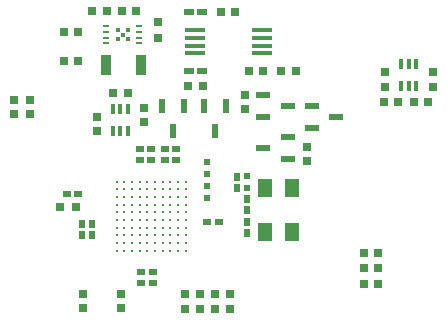
<source format=gbp>
%FSLAX43Y43*%
%MOMM*%
G71*
G01*
G75*
G04 Layer_Color=128*
%ADD10R,1.000X0.950*%
%ADD11R,2.300X1.900*%
%ADD12R,0.400X1.400*%
%ADD13R,1.775X1.900*%
%ADD14R,0.610X2.032*%
%ADD15O,0.610X2.032*%
%ADD16R,1.000X2.250*%
%ADD17R,1.600X1.000*%
%ADD18R,2.500X3.000*%
%ADD19O,1.650X0.300*%
%ADD20O,0.300X1.650*%
%ADD21R,1.200X1.200*%
%ADD22R,1.100X0.600*%
%ADD23R,1.100X1.000*%
%ADD24R,0.700X0.700*%
%ADD25R,0.600X0.550*%
%ADD26R,0.650X0.800*%
%ADD27R,0.650X0.500*%
%ADD28R,0.762X0.762*%
%ADD29R,0.600X0.900*%
%ADD30R,0.550X0.600*%
%ADD31R,0.500X0.650*%
%ADD32R,0.700X0.700*%
%ADD33R,0.900X0.600*%
%ADD34R,1.200X1.200*%
%ADD35C,0.175*%
%ADD36C,0.180*%
%ADD37C,0.200*%
%ADD38C,0.125*%
%ADD39C,0.250*%
%ADD40C,0.400*%
%ADD41C,0.300*%
%ADD42R,0.900X0.300*%
%ADD43R,1.700X1.700*%
%ADD44C,1.700*%
%ADD45R,1.700X1.700*%
%ADD46C,3.600*%
%ADD47C,0.550*%
%ADD48C,0.400*%
%ADD49C,0.500*%
%ADD50C,1.600*%
G04:AMPARAMS|DCode=51|XSize=2.524mm|YSize=2.524mm|CornerRadius=0mm|HoleSize=0mm|Usage=FLASHONLY|Rotation=0.000|XOffset=0mm|YOffset=0mm|HoleType=Round|Shape=Relief|Width=0.254mm|Gap=0.254mm|Entries=4|*
%AMTHD51*
7,0,0,2.524,2.016,0.254,45*
%
%ADD51THD51*%
%ADD52C,0.850*%
%ADD53C,0.800*%
%ADD54C,0.350*%
%ADD55C,3.300*%
%ADD56C,1.270*%
%ADD57R,1.300X1.600*%
%ADD58R,0.600X0.250*%
%ADD59R,1.600X1.500*%
%ADD60C,0.280*%
%ADD61R,1.700X0.350*%
%ADD62R,0.600X1.300*%
%ADD63R,0.350X0.850*%
%ADD64R,0.950X1.750*%
%ADD65R,0.800X0.650*%
%ADD66R,1.300X0.600*%
%ADD67C,0.800*%
%ADD68C,0.150*%
%ADD69C,0.102*%
%ADD70C,0.254*%
%ADD71C,0.600*%
%ADD72C,0.100*%
%ADD73R,2.100X2.100*%
%ADD74R,2.100X2.100*%
%ADD75R,1.700X1.700*%
%ADD76R,0.900X0.510*%
%ADD77R,1.100X1.050*%
%ADD78R,2.400X2.000*%
%ADD79R,0.500X1.500*%
%ADD80R,1.875X2.000*%
%ADD81R,0.710X2.132*%
%ADD82O,0.710X2.132*%
%ADD83R,1.100X2.350*%
%ADD84R,1.700X1.100*%
%ADD85R,2.600X3.100*%
%ADD86O,1.750X0.400*%
%ADD87O,0.400X1.750*%
%ADD88R,1.300X1.300*%
%ADD89R,1.200X0.700*%
%ADD90R,1.200X1.100*%
%ADD91R,0.800X0.800*%
%ADD92R,0.700X0.650*%
%ADD93R,0.750X0.900*%
%ADD94R,0.750X0.600*%
%ADD95R,0.862X0.862*%
%ADD96R,0.700X1.000*%
%ADD97R,0.650X0.700*%
%ADD98R,0.600X0.750*%
%ADD99R,0.800X0.800*%
%ADD100R,1.000X0.700*%
%ADD101R,1.300X1.300*%
%ADD102R,1.800X1.800*%
%ADD103C,1.800*%
%ADD104R,1.800X1.800*%
%ADD105C,3.700*%
%ADD106C,1.370*%
%ADD107R,1.400X1.700*%
%ADD108R,0.700X0.350*%
%ADD109R,1.700X1.600*%
%ADD110C,0.380*%
%ADD111R,1.800X0.450*%
%ADD112R,0.700X1.400*%
%ADD113R,0.450X0.950*%
%ADD114R,1.050X1.850*%
%ADD115R,0.900X0.750*%
%ADD116R,1.400X0.700*%
%ADD117C,0.900*%
%ADD118R,0.200X0.100*%
D24*
X-32775Y-20000D02*
D03*
X-31375D02*
D03*
D26*
X-5200Y-8600D02*
D03*
Y-9800D02*
D03*
X-1200Y-9800D02*
D03*
Y-8600D02*
D03*
X-11800Y-16100D02*
D03*
Y-14900D02*
D03*
X-17100Y-11700D02*
D03*
Y-10500D02*
D03*
X-27575Y-27375D02*
D03*
Y-28575D02*
D03*
X-22175Y-27400D02*
D03*
Y-28600D02*
D03*
X-20900Y-27400D02*
D03*
Y-28600D02*
D03*
X-19625Y-27400D02*
D03*
Y-28600D02*
D03*
X-18350Y-27400D02*
D03*
Y-28600D02*
D03*
X-30775Y-28575D02*
D03*
Y-27375D02*
D03*
X-36600Y-10950D02*
D03*
Y-12150D02*
D03*
X-35325Y-12150D02*
D03*
Y-10950D02*
D03*
X-25600Y-11625D02*
D03*
Y-12825D02*
D03*
X-29600Y-12350D02*
D03*
Y-13550D02*
D03*
D27*
X-31200Y-18900D02*
D03*
X-32150D02*
D03*
X-25025Y-15100D02*
D03*
X-25975D02*
D03*
X-25025Y-16000D02*
D03*
X-25975D02*
D03*
X-23875Y-15100D02*
D03*
X-22925D02*
D03*
X-23875Y-16000D02*
D03*
X-22925D02*
D03*
X-20275Y-21300D02*
D03*
X-19325D02*
D03*
X-25850Y-25500D02*
D03*
X-24900D02*
D03*
X-25850Y-26400D02*
D03*
X-24900D02*
D03*
D28*
X-24425Y-5699D02*
D03*
Y-4301D02*
D03*
D30*
X-20300Y-16200D02*
D03*
Y-17200D02*
D03*
Y-19200D02*
D03*
Y-18200D02*
D03*
X-16900Y-17400D02*
D03*
Y-18400D02*
D03*
D31*
Y-22175D02*
D03*
Y-21225D02*
D03*
Y-19325D02*
D03*
Y-20275D02*
D03*
X-17800Y-17425D02*
D03*
Y-18375D02*
D03*
X-30000Y-21425D02*
D03*
Y-22375D02*
D03*
X-30875Y-21425D02*
D03*
Y-22375D02*
D03*
D33*
X-20700Y-3500D02*
D03*
X-21800D02*
D03*
X-20700Y-8500D02*
D03*
X-21800D02*
D03*
D48*
X-27425Y-5400D02*
D03*
X-27850Y-5800D02*
D03*
X-27000D02*
D03*
Y-5000D02*
D03*
X-27850D02*
D03*
D57*
X-15400Y-22150D02*
D03*
Y-18350D02*
D03*
X-13100D02*
D03*
Y-22150D02*
D03*
D58*
X-28825Y-4650D02*
D03*
Y-5150D02*
D03*
Y-6150D02*
D03*
Y-5650D02*
D03*
X-26025D02*
D03*
Y-6150D02*
D03*
Y-5150D02*
D03*
Y-4650D02*
D03*
D60*
X-22100Y-23700D02*
D03*
Y-23050D02*
D03*
Y-22400D02*
D03*
Y-21750D02*
D03*
Y-20450D02*
D03*
Y-19800D02*
D03*
Y-19150D02*
D03*
Y-21100D02*
D03*
X-22750D02*
D03*
X-23400D02*
D03*
X-24050D02*
D03*
X-24700D02*
D03*
X-25350D02*
D03*
X-26000D02*
D03*
X-26650D02*
D03*
X-27300D02*
D03*
X-27950D02*
D03*
X-22750Y-23700D02*
D03*
X-23400D02*
D03*
X-24050D02*
D03*
X-24700D02*
D03*
X-25350D02*
D03*
X-26000D02*
D03*
X-26650D02*
D03*
X-27300D02*
D03*
X-27950D02*
D03*
X-22750Y-23050D02*
D03*
X-23400D02*
D03*
X-24050D02*
D03*
X-24700D02*
D03*
X-25350D02*
D03*
X-26000D02*
D03*
X-26650D02*
D03*
X-27300D02*
D03*
X-27950D02*
D03*
X-22750Y-22400D02*
D03*
X-23400D02*
D03*
X-24050D02*
D03*
X-24700D02*
D03*
X-25350D02*
D03*
X-26000D02*
D03*
X-26650D02*
D03*
X-27300D02*
D03*
X-27950D02*
D03*
X-22750Y-21750D02*
D03*
X-23400D02*
D03*
X-24050D02*
D03*
X-24700D02*
D03*
X-25350D02*
D03*
X-26000D02*
D03*
X-26650D02*
D03*
X-27300D02*
D03*
X-27950D02*
D03*
X-22750Y-20450D02*
D03*
X-23400D02*
D03*
X-24050D02*
D03*
X-24700D02*
D03*
X-25350D02*
D03*
X-26000D02*
D03*
X-26650D02*
D03*
X-27300D02*
D03*
X-27950D02*
D03*
X-22750Y-19800D02*
D03*
X-23400D02*
D03*
X-24050D02*
D03*
X-24700D02*
D03*
X-25350D02*
D03*
X-26000D02*
D03*
X-26650D02*
D03*
X-27300D02*
D03*
X-27950D02*
D03*
X-22750Y-19150D02*
D03*
X-23400D02*
D03*
X-24050D02*
D03*
X-24700D02*
D03*
X-25350D02*
D03*
X-26000D02*
D03*
X-26650D02*
D03*
X-27300D02*
D03*
X-27950D02*
D03*
X-22100Y-18500D02*
D03*
X-22750D02*
D03*
X-23400D02*
D03*
X-24050D02*
D03*
X-24700D02*
D03*
X-25350D02*
D03*
X-26000D02*
D03*
X-26650D02*
D03*
X-27300D02*
D03*
X-27950D02*
D03*
X-22100Y-17850D02*
D03*
X-22750D02*
D03*
X-23400D02*
D03*
X-24050D02*
D03*
X-24700D02*
D03*
X-25350D02*
D03*
X-26000D02*
D03*
X-26650D02*
D03*
X-27300D02*
D03*
X-27950D02*
D03*
D61*
X-21350Y-6975D02*
D03*
Y-6325D02*
D03*
Y-5675D02*
D03*
Y-5025D02*
D03*
X-15650Y-6975D02*
D03*
Y-6325D02*
D03*
Y-5675D02*
D03*
Y-5025D02*
D03*
D62*
X-24125Y-11425D02*
D03*
X-22225D02*
D03*
X-23175Y-13525D02*
D03*
X-20575Y-11425D02*
D03*
X-18675D02*
D03*
X-19625Y-13525D02*
D03*
D63*
X-26975Y-13550D02*
D03*
X-27625D02*
D03*
X-28275D02*
D03*
Y-11700D02*
D03*
X-27625D02*
D03*
X-26975D02*
D03*
X-3875Y-9725D02*
D03*
X-3225D02*
D03*
X-2575D02*
D03*
Y-7875D02*
D03*
X-3225D02*
D03*
X-3875D02*
D03*
D64*
X-25875Y-7975D02*
D03*
X-28825D02*
D03*
D65*
X-20675Y-9775D02*
D03*
X-21875D02*
D03*
X-17900Y-3500D02*
D03*
X-19100D02*
D03*
X-15550Y-8500D02*
D03*
X-16750D02*
D03*
X-32390Y-7665D02*
D03*
X-31190D02*
D03*
X-1600Y-11100D02*
D03*
X-2800D02*
D03*
X-4100D02*
D03*
X-5300D02*
D03*
X-7000Y-26500D02*
D03*
X-5800D02*
D03*
X-7000Y-25200D02*
D03*
X-5800D02*
D03*
X-7000Y-23900D02*
D03*
X-5800D02*
D03*
X-31190Y-5165D02*
D03*
X-32390D02*
D03*
X-14000Y-8500D02*
D03*
X-12800D02*
D03*
X-27475Y-3400D02*
D03*
X-26275D02*
D03*
X-30000D02*
D03*
X-28800D02*
D03*
X-27025Y-10375D02*
D03*
X-28225D02*
D03*
D66*
X-15550Y-15000D02*
D03*
X-13450Y-15950D02*
D03*
Y-14050D02*
D03*
Y-11450D02*
D03*
X-15550Y-10500D02*
D03*
Y-12400D02*
D03*
X-9350Y-12400D02*
D03*
X-11450Y-11450D02*
D03*
Y-13350D02*
D03*
D118*
X-27425Y-5400D02*
D03*
M02*

</source>
